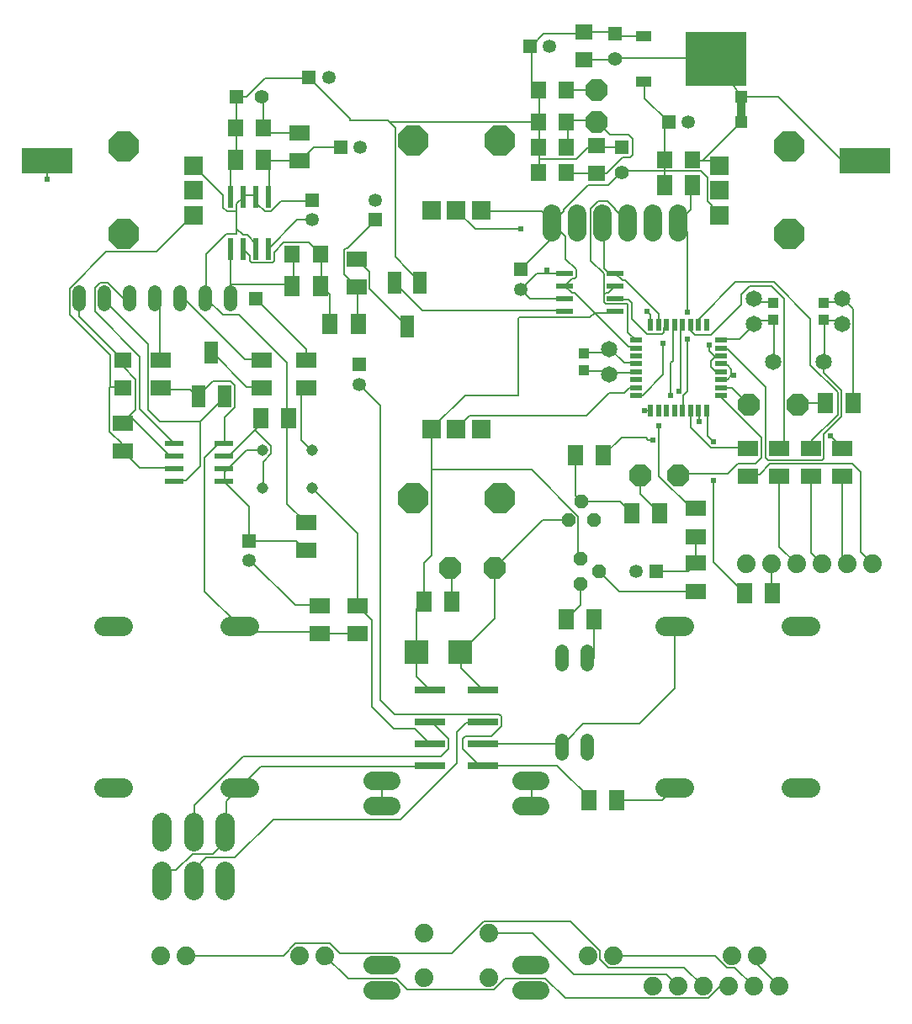
<source format=gbr>
G04 EAGLE Gerber X2 export*
%TF.Part,Single*%
%TF.FileFunction,Copper,L1,Top,Mixed*%
%TF.FilePolarity,Positive*%
%TF.GenerationSoftware,Autodesk,EAGLE,9.2.2*%
%TF.CreationDate,2019-06-08T20:54:27Z*%
G75*
%MOMM*%
%FSLAX34Y34*%
%LPD*%
%INTop Copper*%
%AMOC8*
5,1,8,0,0,1.08239X$1,22.5*%
G01*
%ADD10R,1.350000X1.350000*%
%ADD11C,1.350000*%
%ADD12R,1.000000X1.100000*%
%ADD13C,1.651000*%
%ADD14R,1.800000X1.600000*%
%ADD15C,1.143000*%
%ADD16R,1.600000X1.800000*%
%ADD17C,1.408000*%
%ADD18R,1.408000X1.408000*%
%ADD19R,0.609600X2.209800*%
%ADD20C,1.879600*%
%ADD21R,1.600000X2.000000*%
%ADD22R,2.000000X1.600000*%
%ADD23R,1.320800X2.184400*%
%ADD24R,1.879600X1.879600*%
%ADD25P,3.247170X8X22.500000*%
%ADD26R,1.320800X1.320800*%
%ADD27C,1.320800*%
%ADD28R,1.981200X0.558800*%
%ADD29R,1.270000X0.558800*%
%ADD30R,0.558800X1.270000*%
%ADD31P,3.247170X8X112.500000*%
%ADD32P,3.247170X8X202.500000*%
%ADD33P,3.247170X8X292.500000*%
%ADD34R,3.100000X0.800000*%
%ADD35C,1.950000*%
%ADD36R,1.600000X1.000000*%
%ADD37R,6.200000X5.400000*%
%ADD38P,2.336880X8X22.500000*%
%ADD39R,2.400000X2.400000*%
%ADD40R,1.270000X1.270000*%
%ADD41C,0.812800*%
%ADD42C,1.879600*%
%ADD43R,5.080000X2.540000*%
%ADD44P,1.429621X8X22.500000*%
%ADD45R,1.720000X0.600000*%
%ADD46P,2.336880X8X202.500000*%
%ADD47P,1.429621X8X292.500000*%
%ADD48C,0.203200*%
%ADD49C,0.604800*%


D10*
X343874Y644664D03*
D11*
X343874Y624664D03*
D10*
X360700Y790100D03*
D11*
X360700Y810100D03*
D10*
X297200Y810100D03*
D11*
X297200Y790100D03*
D12*
X811550Y707000D03*
X811550Y690000D03*
X760750Y707000D03*
X760750Y690000D03*
D13*
X595650Y635000D03*
X595650Y660400D03*
D10*
X325300Y863600D03*
D11*
X345300Y863600D03*
D14*
X106700Y649000D03*
X106700Y621000D03*
D15*
X296800Y520700D03*
X246800Y520700D03*
D10*
X293550Y933450D03*
D11*
X313550Y933450D03*
D16*
X247700Y882650D03*
X219700Y882650D03*
X276850Y755650D03*
X304850Y755650D03*
D17*
X246400Y914400D03*
D18*
X221000Y914400D03*
D19*
X214650Y761238D03*
X227350Y761238D03*
X240050Y761238D03*
X252750Y761238D03*
X252750Y813562D03*
X240050Y813562D03*
X227350Y813562D03*
X214650Y813562D03*
D20*
X538500Y796798D02*
X538500Y778002D01*
X563900Y778002D02*
X563900Y796798D01*
X589300Y796798D02*
X589300Y778002D01*
X614700Y778002D02*
X614700Y796798D01*
X640100Y796798D02*
X640100Y778002D01*
X665500Y778002D02*
X665500Y796798D01*
D21*
X219700Y850900D03*
X247700Y850900D03*
X276850Y723900D03*
X304850Y723900D03*
X314950Y685800D03*
X342950Y685800D03*
D22*
X341650Y750600D03*
X341650Y722600D03*
D23*
X405180Y726850D03*
X392450Y682850D03*
X379720Y726850D03*
D21*
X679500Y825500D03*
X651500Y825500D03*
D22*
X284500Y877600D03*
X284500Y849600D03*
X144800Y621000D03*
X144800Y649000D03*
D21*
X245100Y590550D03*
X273100Y590550D03*
D22*
X342926Y401539D03*
X342926Y373539D03*
X106700Y557500D03*
X106700Y585500D03*
X290850Y649000D03*
X290850Y621000D03*
X246400Y649000D03*
X246400Y621000D03*
D23*
X182870Y613000D03*
X195600Y657000D03*
X208330Y613000D03*
D24*
X177000Y845000D03*
X177000Y820000D03*
X177000Y795000D03*
D25*
X107000Y864000D03*
X107000Y776000D03*
D26*
X240050Y711200D03*
D27*
X214650Y717804D02*
X214650Y704596D01*
X189250Y704596D02*
X189250Y717804D01*
X163850Y717804D02*
X163850Y704596D01*
X138450Y704596D02*
X138450Y717804D01*
X113050Y717804D02*
X113050Y704596D01*
X87650Y704596D02*
X87650Y717804D01*
X62250Y717804D02*
X62250Y704596D01*
D28*
X207538Y527050D03*
X207538Y539750D03*
X207538Y552450D03*
X207538Y565150D03*
X158262Y565150D03*
X158262Y552450D03*
X158262Y539750D03*
X158262Y527050D03*
D29*
X708426Y613350D03*
X708426Y621350D03*
X708426Y629350D03*
X708426Y637350D03*
X708426Y645350D03*
X708426Y653350D03*
X708426Y661350D03*
X708426Y669350D03*
D30*
X693500Y684276D03*
X685500Y684276D03*
X677500Y684276D03*
X669500Y684276D03*
X661500Y684276D03*
X653500Y684276D03*
X645500Y684276D03*
X637500Y684276D03*
D29*
X622574Y669350D03*
X622574Y661350D03*
X622574Y653350D03*
X622574Y645350D03*
X622574Y637350D03*
X622574Y629350D03*
X622574Y621350D03*
X622574Y613350D03*
D30*
X637500Y598424D03*
X645500Y598424D03*
X653500Y598424D03*
X661500Y598424D03*
X669500Y598424D03*
X677500Y598424D03*
X685500Y598424D03*
X693500Y598424D03*
D13*
X760750Y647700D03*
X811550Y647700D03*
D22*
X767100Y532100D03*
X767100Y560100D03*
X798850Y532100D03*
X798850Y560100D03*
X830600Y532100D03*
X830600Y560100D03*
X735350Y532100D03*
X735350Y560100D03*
D24*
X417000Y580000D03*
X442000Y580000D03*
X467000Y580000D03*
D31*
X398000Y510000D03*
X486000Y510000D03*
D24*
X707000Y795000D03*
X707000Y820000D03*
X707000Y845000D03*
D32*
X777000Y776000D03*
X777000Y864000D03*
D24*
X467000Y800000D03*
X442000Y800000D03*
X417000Y800000D03*
D33*
X486000Y870000D03*
X398000Y870000D03*
D22*
X304399Y374155D03*
X304399Y402155D03*
D21*
X437489Y405703D03*
X409489Y405703D03*
D34*
X415261Y317400D03*
X415261Y285400D03*
X415261Y263400D03*
X415261Y241400D03*
X468261Y317400D03*
X468261Y285400D03*
X468261Y263400D03*
X468261Y241400D03*
D21*
X646205Y495312D03*
X618205Y495312D03*
X561938Y553029D03*
X589938Y553029D03*
D22*
X682778Y471657D03*
X682778Y499657D03*
D35*
X106250Y218850D02*
X86750Y218850D01*
X86750Y381150D02*
X106250Y381150D01*
X213750Y218850D02*
X233250Y218850D01*
X233250Y381150D02*
X213750Y381150D01*
X778750Y381150D02*
X798250Y381150D01*
X798250Y218850D02*
X778750Y218850D01*
X671250Y381150D02*
X651750Y381150D01*
X651750Y218850D02*
X671250Y218850D01*
D16*
X651500Y850900D03*
X679500Y850900D03*
D10*
X655500Y889000D03*
D11*
X675500Y889000D03*
D10*
X515800Y965200D03*
D11*
X535800Y965200D03*
D14*
X570250Y979200D03*
X570250Y951200D03*
D17*
X608350Y838200D03*
D18*
X608350Y863600D03*
D17*
X602000Y952500D03*
D18*
X602000Y977900D03*
D36*
X630200Y975300D03*
X630200Y929700D03*
D37*
X703200Y952500D03*
D10*
X233700Y467200D03*
D11*
X233700Y447200D03*
D21*
X575429Y206433D03*
X603429Y206433D03*
D15*
X296800Y558800D03*
X246800Y558800D03*
D16*
X524500Y889000D03*
X552500Y889000D03*
X524500Y863600D03*
X552500Y863600D03*
X524500Y838200D03*
X552500Y838200D03*
D14*
X582950Y864900D03*
X582950Y836900D03*
D38*
X627400Y533400D03*
X665500Y533400D03*
X582950Y920750D03*
X582950Y889000D03*
D39*
X402200Y355600D03*
X446200Y355600D03*
D40*
X729000Y914400D03*
X729000Y889000D03*
D41*
X729000Y914400D01*
D35*
X145000Y135000D02*
X145000Y115500D01*
X177000Y115500D02*
X177000Y135000D01*
X209000Y135000D02*
X209000Y115500D01*
X209000Y165000D02*
X209000Y184500D01*
X177000Y184500D02*
X177000Y165000D01*
X145000Y165000D02*
X145000Y184500D01*
D42*
X474512Y72606D03*
X409488Y72606D03*
X474512Y27394D03*
X409488Y27394D03*
X170200Y50000D03*
X144800Y50000D03*
X309900Y50000D03*
X284500Y50000D03*
X599700Y50000D03*
X574300Y50000D03*
X744700Y50000D03*
X719300Y50000D03*
D21*
X759908Y414194D03*
X731908Y414194D03*
D16*
X552500Y920750D03*
X524500Y920750D03*
D43*
X853134Y850000D03*
X29946Y850000D03*
D44*
X580644Y488094D03*
X567944Y507144D03*
X555244Y488094D03*
D13*
X741700Y711200D03*
X741700Y685800D03*
X830600Y711200D03*
X830600Y685800D03*
D12*
X570250Y639200D03*
X570250Y656200D03*
D45*
X602000Y698500D03*
X602000Y711200D03*
X602000Y723900D03*
X602000Y736600D03*
X551200Y736600D03*
X551200Y723900D03*
X551200Y711200D03*
X551200Y698500D03*
D10*
X506750Y740250D03*
D11*
X506750Y720250D03*
D46*
X785183Y604258D03*
D38*
X736512Y604258D03*
D21*
X813494Y605553D03*
X841494Y605553D03*
D38*
X435510Y440002D03*
X480500Y440002D03*
D20*
X507602Y200000D02*
X526398Y200000D01*
X526398Y225400D02*
X507602Y225400D01*
X376398Y200000D02*
X357602Y200000D01*
X357602Y225400D02*
X376398Y225400D01*
X507602Y15000D02*
X526398Y15000D01*
X526398Y40400D02*
X507602Y40400D01*
X376398Y15000D02*
X357602Y15000D01*
X357602Y40400D02*
X376398Y40400D01*
D42*
X766746Y18896D03*
X741346Y18896D03*
X715946Y18896D03*
X690546Y18896D03*
X665146Y18896D03*
X639746Y18896D03*
X860263Y444561D03*
X834863Y444561D03*
X809463Y444561D03*
X784063Y444561D03*
X758663Y444561D03*
X733263Y444561D03*
D27*
X573857Y355741D02*
X573857Y342533D01*
X548457Y342533D02*
X548457Y355741D01*
X548457Y266333D02*
X548457Y253125D01*
X573857Y253125D02*
X573857Y266333D01*
D47*
X566828Y423537D03*
X585878Y436237D03*
X566828Y448937D03*
D22*
X683176Y416622D03*
X683176Y444622D03*
D10*
X642699Y436411D03*
D11*
X622699Y436411D03*
D21*
X580746Y388234D03*
X552746Y388234D03*
D22*
X290458Y457711D03*
X290458Y485711D03*
D48*
X253512Y849376D02*
X249448Y849376D01*
X253512Y849376D02*
X283992Y849376D01*
X284500Y849600D01*
X249448Y849376D02*
X247700Y850900D01*
X253512Y849376D02*
X253512Y814832D01*
X252750Y813562D01*
X253512Y849376D02*
X247700Y850900D01*
X298216Y863600D02*
X325300Y863600D01*
X298216Y863600D02*
X286024Y851408D01*
X284500Y849600D01*
X170200Y528320D02*
X160040Y528320D01*
X170200Y528320D02*
X184424Y542544D01*
X184424Y587248D01*
X208808Y611632D01*
X160040Y528320D02*
X158262Y527050D01*
X208808Y611632D02*
X208330Y613000D01*
X131592Y665226D02*
X87650Y709168D01*
X87650Y711200D01*
X131592Y665226D02*
X131592Y598932D01*
X143276Y587248D01*
X184424Y587248D01*
X605048Y975360D02*
X629432Y975360D01*
X605048Y975360D02*
X603016Y977392D01*
X629432Y975360D02*
X630200Y975300D01*
X603016Y977392D02*
X602000Y977900D01*
X600984Y979424D02*
X570504Y979424D01*
X570250Y979200D01*
X600984Y979424D02*
X602000Y977900D01*
X608350Y863600D02*
X584728Y863600D01*
X582950Y864900D01*
X525800Y863600D02*
X525800Y851408D01*
X525800Y839216D01*
X524500Y838200D01*
X525800Y863600D02*
X525800Y887984D01*
X524500Y889000D01*
X524500Y863600D02*
X525800Y863600D01*
X525800Y890016D02*
X525800Y920496D01*
X524500Y920750D01*
X525800Y890016D02*
X524500Y889000D01*
X517672Y928624D02*
X517672Y965200D01*
X517672Y928624D02*
X523768Y922528D01*
X524500Y920750D01*
X574568Y863600D02*
X582696Y863600D01*
X574568Y863600D02*
X562376Y851408D01*
X525800Y851408D01*
X582696Y863600D02*
X582950Y864900D01*
X568472Y977392D02*
X529864Y977392D01*
X517672Y965200D01*
X568472Y977392D02*
X570250Y979200D01*
X517672Y965200D02*
X515800Y965200D01*
X221000Y914400D02*
X221000Y883920D01*
X219700Y882650D01*
X221000Y881888D02*
X221000Y851408D01*
X219700Y850900D01*
X221000Y881888D02*
X219700Y882650D01*
X214904Y845312D02*
X214904Y814832D01*
X214904Y845312D02*
X218968Y849376D01*
X214904Y814832D02*
X214650Y813562D01*
X218968Y849376D02*
X219700Y850900D01*
X334792Y890016D02*
X334792Y892048D01*
X294152Y932688D01*
X293550Y933450D01*
X231160Y914400D02*
X221000Y914400D01*
X231160Y914400D02*
X249448Y932688D01*
X292120Y932688D01*
X293550Y933450D01*
X334792Y890016D02*
X373400Y890016D01*
X374327Y889089D02*
X524436Y889089D01*
X524500Y889000D01*
X380460Y882956D02*
X374327Y889089D01*
X373400Y890016D01*
X380460Y752840D02*
X405180Y726850D01*
X380460Y752840D02*
X380460Y882956D01*
X212872Y552704D02*
X208808Y552704D01*
X239288Y579120D02*
X243352Y583184D01*
X239288Y579120D02*
X212872Y552704D01*
X243352Y583184D02*
X243352Y589280D01*
X208808Y552704D02*
X207538Y552450D01*
X243352Y589280D02*
X245100Y590550D01*
X247416Y546608D02*
X247416Y522224D01*
X247416Y546608D02*
X255544Y554736D01*
X255544Y562864D01*
X239288Y579120D01*
X247416Y522224D02*
X246800Y520700D01*
X208808Y536448D02*
X208808Y538480D01*
X208808Y536448D02*
X208808Y528320D01*
X207538Y527050D01*
X208808Y538480D02*
X207538Y539750D01*
X231160Y558800D02*
X246800Y558800D01*
X231160Y558800D02*
X208808Y536448D01*
X233192Y501904D02*
X233192Y467360D01*
X233192Y501904D02*
X208808Y526288D01*
X233192Y467360D02*
X233700Y467200D01*
X208808Y526288D02*
X207538Y527050D01*
X233700Y467200D02*
X280969Y467200D01*
X290458Y457711D01*
X286024Y568960D02*
X286024Y617073D01*
X286024Y568960D02*
X296184Y558800D01*
X286024Y617073D02*
X290850Y621000D01*
X296184Y558800D02*
X296800Y558800D01*
X290850Y649000D02*
X290850Y660400D01*
X240050Y711200D01*
X245384Y650240D02*
X229128Y650240D01*
X168168Y711200D01*
X163850Y711200D01*
X245384Y650240D02*
X246400Y649000D01*
X245384Y621792D02*
X231160Y621792D01*
X196616Y656336D01*
X245384Y621792D02*
X246400Y621000D01*
X196616Y656336D02*
X195600Y657000D01*
X306344Y725424D02*
X306344Y753872D01*
X304850Y755650D01*
X306344Y725424D02*
X304850Y723900D01*
X314472Y715264D02*
X314472Y686816D01*
X314472Y715264D02*
X306344Y723392D01*
X314472Y686816D02*
X314950Y685800D01*
X306344Y723392D02*
X304850Y723900D01*
X258338Y749137D02*
X256850Y747649D01*
X258338Y749137D02*
X258338Y757730D01*
X267798Y767190D01*
X293026Y767190D01*
X306344Y753872D01*
X235950Y747649D02*
X234462Y749137D01*
X234462Y754126D01*
X227350Y761238D01*
X235950Y747649D02*
X256850Y747649D01*
X342920Y721360D02*
X342920Y686816D01*
X342920Y721360D02*
X341650Y722600D01*
X342920Y686816D02*
X342950Y685800D01*
X332760Y762000D02*
X359176Y788416D01*
X332760Y762000D02*
X330728Y762000D01*
X328696Y759968D01*
X328696Y735584D01*
X340888Y723392D01*
X359176Y788416D02*
X360700Y790100D01*
X340888Y723392D02*
X341650Y722600D01*
X143784Y707136D02*
X143784Y650240D01*
X143784Y707136D02*
X139720Y711200D01*
X143784Y650240D02*
X144800Y649000D01*
X139720Y711200D02*
X138450Y711200D01*
X107208Y648208D02*
X107208Y642112D01*
X119400Y629920D01*
X119400Y599440D01*
X113304Y593344D02*
X107208Y587248D01*
X113304Y593344D02*
X119400Y599440D01*
X107208Y648208D02*
X106700Y649000D01*
X107208Y587248D02*
X106700Y585500D01*
X153944Y552704D02*
X158008Y552704D01*
X153944Y552704D02*
X113304Y593344D01*
X158008Y552704D02*
X158262Y552450D01*
X113304Y593344D02*
X106700Y585500D01*
X62504Y692912D02*
X62504Y711200D01*
X62504Y692912D02*
X105176Y650240D01*
X62504Y711200D02*
X62250Y711200D01*
X105176Y650240D02*
X106700Y649000D01*
X123464Y540512D02*
X158496Y540512D01*
X123464Y540512D02*
X107208Y556768D01*
X106700Y557500D01*
X105176Y621792D02*
X93472Y621792D01*
X105176Y621792D02*
X106700Y621000D01*
X105176Y564896D02*
X105176Y558800D01*
X105176Y564896D02*
X92984Y577088D01*
X92984Y621792D01*
X105176Y558800D02*
X106700Y557500D01*
X158496Y540512D02*
X158262Y539750D01*
X93472Y621792D02*
X93472Y654304D01*
X52832Y694944D01*
X52832Y721360D01*
X89408Y757936D01*
X140208Y757936D01*
X176784Y794512D01*
X93472Y621792D02*
X92984Y621792D01*
X176784Y794512D02*
X177000Y795000D01*
X354190Y721110D02*
X392450Y682850D01*
X354190Y721110D02*
X354190Y738060D01*
X341650Y750600D01*
X550692Y699008D02*
X551200Y698500D01*
X407562Y699008D02*
X379720Y726850D01*
X407562Y699008D02*
X550692Y699008D01*
X745256Y688848D02*
X759480Y688848D01*
X745256Y688848D02*
X743224Y686816D01*
X759480Y688848D02*
X760750Y690000D01*
X743224Y686816D02*
X741700Y685800D01*
X726968Y670560D02*
X708680Y670560D01*
X726968Y670560D02*
X741192Y684784D01*
X708680Y670560D02*
X708426Y669350D01*
X741192Y684784D02*
X741700Y685800D01*
X761512Y688848D02*
X761512Y648208D01*
X760750Y647700D01*
X761512Y688848D02*
X760750Y690000D01*
X812312Y688848D02*
X828568Y688848D01*
X830600Y686816D01*
X830600Y685800D01*
X753384Y621792D02*
X714776Y660400D01*
X753384Y621792D02*
X753384Y550672D01*
X755416Y548640D01*
X810280Y548640D01*
X812312Y648208D02*
X812312Y688848D01*
X811550Y690000D01*
X812312Y648208D02*
X811550Y647700D01*
X829617Y618199D02*
X829617Y592728D01*
X811550Y574661D01*
X811550Y636266D02*
X811550Y647700D01*
X811550Y636266D02*
X829617Y618199D01*
X714776Y660400D02*
X709376Y660400D01*
X708426Y661350D01*
X811550Y549910D02*
X810280Y548640D01*
X811550Y549910D02*
X811550Y574661D01*
X590824Y656336D02*
X570504Y656336D01*
X590824Y656336D02*
X594888Y660400D01*
X570504Y656336D02*
X570250Y656200D01*
X594888Y660400D02*
X595650Y660400D01*
X611144Y646176D02*
X621304Y646176D01*
X611144Y646176D02*
X596920Y660400D01*
X621304Y646176D02*
X622574Y645350D01*
X596920Y660400D02*
X595650Y660400D01*
X614700Y677224D02*
X622574Y669350D01*
X614700Y677224D02*
X614700Y704850D01*
X613890Y705660D01*
X592348Y705660D01*
X590860Y707148D01*
X590860Y715252D01*
X592348Y716740D01*
X594840Y716740D01*
X602000Y723900D01*
X590860Y715252D02*
X590860Y735897D01*
X577362Y749395D01*
X577362Y801743D02*
X584355Y808736D01*
X594245Y808736D01*
X601238Y801743D01*
X601238Y800862D01*
X614700Y787400D01*
X577362Y801743D02*
X577362Y749395D01*
D49*
X633750Y698500D03*
D48*
X637500Y694750D02*
X637500Y684276D01*
X637500Y694750D02*
X633750Y698500D01*
X600984Y735584D02*
X596920Y735584D01*
X600984Y735584D02*
X602000Y736600D01*
X590824Y741680D02*
X590824Y786384D01*
X590824Y741680D02*
X596920Y735584D01*
X590824Y786384D02*
X589300Y787400D01*
X602000Y736600D02*
X596920Y735584D01*
X602000Y736600D02*
X609160Y729440D01*
X611652Y729440D01*
X645500Y695592D01*
X645500Y684276D01*
X670072Y613664D02*
X670072Y599440D01*
X670072Y613664D02*
X674136Y617728D01*
X674136Y670560D01*
X674136Y696976D02*
X674136Y778256D01*
X666008Y786384D01*
X670072Y599440D02*
X669500Y598424D01*
X666008Y786384D02*
X665500Y787400D01*
X678200Y800608D02*
X678200Y824992D01*
X678200Y800608D02*
X666008Y788416D01*
X678200Y824992D02*
X679500Y825500D01*
X666008Y788416D02*
X665500Y787400D01*
D49*
X674136Y670560D03*
X674136Y696976D03*
D48*
X678200Y597408D02*
X678200Y581152D01*
X698520Y560832D01*
X735096Y560832D01*
X678200Y597408D02*
X677500Y598424D01*
X735096Y560832D02*
X735350Y560100D01*
X686328Y587248D02*
X686328Y597408D01*
X818408Y573024D02*
X830600Y560832D01*
X686328Y597408D02*
X685500Y598424D01*
X830600Y560832D02*
X830600Y560100D01*
D49*
X686328Y587248D03*
X818408Y573024D03*
D48*
X686328Y690880D02*
X722904Y727456D01*
X761512Y727456D01*
X798199Y560726D02*
X798850Y560100D01*
X825553Y594412D02*
X825553Y616516D01*
X798850Y567708D02*
X798850Y560100D01*
X798850Y567708D02*
X825553Y594412D01*
X686328Y685104D02*
X685500Y684276D01*
X686328Y685104D02*
X686328Y690880D01*
X761512Y727456D02*
X798028Y690940D01*
X798028Y644041D01*
X825553Y616516D01*
X678200Y678688D02*
X678200Y682752D01*
X678200Y678688D02*
X682264Y674624D01*
X698520Y674624D01*
X729000Y705104D01*
X729000Y715264D01*
X737128Y723392D01*
X759480Y723392D01*
X771672Y711200D01*
X678200Y682752D02*
X677500Y684276D01*
X771672Y711200D02*
X771672Y564672D01*
X767100Y560100D01*
X455440Y593440D02*
X442000Y580000D01*
X616224Y621350D02*
X622574Y621350D01*
X616224Y621350D02*
X610824Y615950D01*
X595650Y615950D01*
X573140Y593440D02*
X455440Y593440D01*
X573140Y593440D02*
X595650Y615950D01*
X623336Y613664D02*
X629432Y613664D01*
X650260Y634492D01*
X650260Y666242D01*
X623336Y613664D02*
X622574Y613350D01*
D49*
X650260Y666242D03*
D48*
X460950Y781050D02*
X442000Y800000D01*
X460950Y781050D02*
X506750Y781050D01*
D49*
X506750Y781050D03*
X631150Y598424D03*
D48*
X637500Y598424D01*
X450616Y613664D02*
X418104Y581152D01*
X417000Y580000D01*
X615208Y662432D02*
X621304Y662432D01*
X615208Y662432D02*
X581045Y696595D01*
X621304Y662432D02*
X622574Y661350D01*
X527832Y798576D02*
X468904Y798576D01*
X527832Y798576D02*
X537992Y788416D01*
X468904Y798576D02*
X467000Y800000D01*
X537992Y788416D02*
X538500Y787400D01*
X651784Y827024D02*
X651784Y839216D01*
X651784Y849376D01*
X651500Y850900D01*
X651784Y827024D02*
X651500Y825500D01*
X631464Y912368D02*
X631464Y928624D01*
X631464Y912368D02*
X653816Y890016D01*
X631464Y928624D02*
X630200Y929700D01*
X653816Y890016D02*
X655500Y889000D01*
X651784Y885952D02*
X651784Y851408D01*
X651784Y885952D02*
X653816Y887984D01*
X651784Y851408D02*
X651500Y850900D01*
X653816Y887984D02*
X655500Y889000D01*
X651784Y839216D02*
X609112Y839216D01*
X608350Y838200D01*
X702584Y638048D02*
X706648Y638048D01*
X702584Y638048D02*
X698520Y642112D01*
X698520Y648208D01*
X702584Y652272D01*
X706648Y652272D01*
X706648Y638048D02*
X708426Y637350D01*
X706648Y652272D02*
X708426Y653350D01*
X702584Y652272D02*
X696488Y658368D01*
X696488Y664464D01*
X702584Y652272D02*
X708426Y653350D01*
X688360Y839216D02*
X651784Y839216D01*
X688360Y839216D02*
X694456Y833120D01*
X694456Y808736D01*
X706648Y796544D01*
X707000Y795000D01*
X550184Y798576D02*
X540024Y788416D01*
X550184Y798576D02*
X550184Y800608D01*
X574568Y824992D01*
X594888Y824992D01*
X607080Y837184D01*
X540024Y788416D02*
X538500Y787400D01*
X607080Y837184D02*
X608350Y838200D01*
D49*
X696488Y664464D03*
D48*
X505348Y691990D02*
X503860Y690502D01*
X576440Y691990D02*
X581045Y696595D01*
X576440Y691990D02*
X505348Y691990D01*
X551200Y723900D02*
X558360Y731060D01*
X560852Y731060D01*
X551200Y723900D02*
X558360Y716740D01*
X560852Y716740D01*
X580997Y696595D02*
X581045Y696595D01*
X580997Y696595D02*
X560852Y716740D01*
X506750Y740250D02*
X540024Y773524D01*
X540024Y788416D01*
X538500Y787400D02*
X551962Y773938D01*
X562340Y740652D02*
X562340Y732548D01*
X560852Y731060D01*
X551962Y751030D02*
X551962Y773938D01*
X551962Y751030D02*
X562340Y740652D01*
X581045Y696595D02*
X600095Y696595D01*
X602000Y698500D01*
X503860Y690502D02*
X503860Y613664D01*
X450616Y613664D01*
X402200Y398415D02*
X402200Y355600D01*
X402200Y398415D02*
X409489Y405703D01*
X409489Y444796D01*
X417000Y452308D01*
X417000Y538654D01*
X417000Y580000D01*
X402200Y330461D02*
X415261Y317400D01*
X402200Y330461D02*
X402200Y355600D01*
X564388Y451377D02*
X566828Y448937D01*
X564388Y451377D02*
X564388Y491882D01*
X517616Y538654D01*
X417000Y538654D01*
X668040Y619760D02*
X668040Y682752D01*
X668040Y619760D02*
X666008Y617728D01*
X668040Y682752D02*
X669500Y684276D01*
D49*
X666008Y617728D03*
X639592Y568960D03*
D48*
X634940Y568960D01*
X632584Y571316D01*
X608225Y571316D01*
X589938Y553029D01*
X659912Y648208D02*
X659912Y682752D01*
X659912Y648208D02*
X657880Y646176D01*
X657880Y613664D01*
X659912Y682752D02*
X661500Y684276D01*
D49*
X657880Y613664D03*
D48*
X645688Y583184D02*
X645688Y532384D01*
D49*
X645688Y583184D03*
D48*
X678415Y499657D02*
X682778Y499657D01*
X678415Y499657D02*
X645688Y532384D01*
X758663Y444561D02*
X758663Y415439D01*
X759908Y414194D01*
X749320Y570992D02*
X708680Y611632D01*
X749320Y570992D02*
X749320Y550672D01*
X743224Y544576D01*
X708680Y611632D02*
X708426Y613350D01*
X714776Y534416D02*
X666008Y534416D01*
X714776Y534416D02*
X724936Y544576D01*
X743224Y544576D01*
X666008Y534416D02*
X665500Y533400D01*
X342926Y474574D02*
X296800Y520700D01*
X342926Y474574D02*
X342926Y401539D01*
X357144Y300099D02*
X378859Y278384D01*
X400277Y278384D01*
X415261Y263400D01*
X357144Y387321D02*
X342926Y401539D01*
X357144Y387321D02*
X357144Y300099D01*
X468261Y241400D02*
X468904Y239776D01*
X379606Y292608D02*
X365371Y306843D01*
X379606Y292608D02*
X485160Y292608D01*
X487192Y290576D01*
X487192Y280416D01*
X477032Y270256D01*
X450616Y270256D01*
X448584Y268224D01*
X448584Y257829D01*
X465014Y241400D01*
X365371Y306843D02*
X365371Y603504D01*
X345440Y623824D02*
X343874Y624664D01*
X365371Y603504D01*
X465014Y241400D02*
X468261Y241400D01*
X543487Y241400D01*
X578454Y206433D01*
X580549Y204338D01*
X578454Y206433D02*
X575429Y206433D01*
X437489Y405703D02*
X437489Y438024D01*
X435510Y440002D01*
X446200Y355600D02*
X446552Y355600D01*
X446552Y339109D02*
X468261Y317400D01*
X446552Y339109D02*
X446552Y355600D01*
X528592Y488094D02*
X555244Y488094D01*
X528592Y488094D02*
X480500Y440002D01*
X480500Y389548D01*
X446552Y355600D01*
X561938Y513151D02*
X561938Y553029D01*
X561938Y513151D02*
X567944Y507144D01*
X606373Y507144D01*
X618205Y495312D01*
X160040Y136144D02*
X145816Y136144D01*
X160040Y136144D02*
X176296Y152400D01*
X196616Y152400D01*
X208808Y164592D01*
X145816Y136144D02*
X145000Y135000D01*
X208808Y164592D02*
X209000Y165000D01*
X245384Y239776D02*
X414040Y239776D01*
X245384Y239776D02*
X225064Y219456D01*
X223500Y218850D01*
X210840Y205232D02*
X210840Y166624D01*
X210840Y205232D02*
X223032Y217424D01*
X210840Y166624D02*
X209000Y165000D01*
X223032Y217424D02*
X223500Y218850D01*
X414040Y239776D02*
X415261Y241400D01*
X451359Y284480D02*
X466872Y284480D01*
X451359Y284480D02*
X442117Y275238D01*
X442117Y243469D01*
X385592Y186944D01*
X257576Y186944D01*
X218968Y148336D01*
X190520Y148336D01*
X178328Y136144D01*
X466872Y284480D02*
X468261Y285400D01*
X178328Y136144D02*
X177000Y135000D01*
X279928Y402336D02*
X304312Y402336D01*
X279928Y402336D02*
X235224Y447040D01*
X304312Y402336D02*
X304399Y402155D01*
X235224Y447040D02*
X233700Y447200D01*
X434360Y268224D02*
X434360Y258064D01*
X426232Y249936D01*
X227096Y249936D01*
X178328Y201168D01*
X178328Y166328D02*
X177000Y165000D01*
X178328Y166328D02*
X178328Y201168D01*
X415261Y285400D02*
X417184Y285400D01*
X434360Y268224D01*
X661500Y318466D02*
X661500Y381150D01*
X626238Y283205D02*
X569798Y283205D01*
X552927Y266333D01*
X548457Y266333D01*
X626238Y283205D02*
X661500Y318466D01*
X548457Y266333D02*
X545523Y263400D01*
X468261Y263400D01*
X208808Y566928D02*
X208808Y591312D01*
X218968Y601472D01*
X218968Y623824D01*
X214904Y627888D01*
X196616Y627888D01*
X182392Y613664D01*
X208808Y566928D02*
X207538Y565150D01*
X182870Y613000D02*
X182392Y613664D01*
X174264Y619760D02*
X145816Y619760D01*
X174264Y619760D02*
X180360Y613664D01*
X145816Y619760D02*
X144800Y621000D01*
X180360Y613664D02*
X182870Y613000D01*
X554248Y837184D02*
X582696Y837184D01*
X554248Y837184D02*
X552500Y838200D01*
X582696Y837184D02*
X582950Y836900D01*
X554248Y863600D02*
X554248Y887984D01*
X554248Y863600D02*
X552500Y863600D01*
X554248Y887984D02*
X552500Y889000D01*
X551200Y711200D02*
X550184Y711200D01*
X247416Y883920D02*
X247416Y914400D01*
X247416Y883920D02*
X247700Y882650D01*
X247416Y914400D02*
X246400Y914400D01*
X570504Y950976D02*
X600984Y950976D01*
X570504Y950976D02*
X570250Y951200D01*
X600984Y950976D02*
X602000Y952500D01*
X305923Y374947D02*
X304399Y374155D01*
X283992Y877824D02*
X253512Y877824D01*
X249448Y881888D01*
X283992Y877824D02*
X284500Y877600D01*
X249448Y881888D02*
X247700Y882650D01*
X253512Y762000D02*
X252750Y761238D01*
X554248Y890016D02*
X582696Y890016D01*
X554248Y890016D02*
X552500Y889000D01*
X582696Y890016D02*
X582950Y889000D01*
X584728Y837184D02*
X592856Y837184D01*
X609112Y853440D01*
X617240Y853440D01*
X619272Y855472D01*
X619272Y871728D01*
X615208Y875792D01*
X596920Y875792D01*
X584728Y887984D01*
X584728Y837184D02*
X582950Y836900D01*
X584728Y887984D02*
X582950Y889000D01*
X603016Y953008D02*
X702584Y953008D01*
X703200Y952500D01*
X603016Y953008D02*
X602000Y952500D01*
X206776Y564896D02*
X202712Y564896D01*
X188488Y550672D01*
X206776Y564896D02*
X207538Y565150D01*
D49*
X533166Y739394D03*
D48*
X342926Y373539D02*
X333976Y373539D01*
X342134Y374331D02*
X342926Y373539D01*
X252750Y761238D02*
X281612Y790100D01*
X297200Y790100D01*
X702584Y940816D02*
X702584Y953008D01*
X551200Y736600D02*
X523100Y736600D01*
X506750Y720250D01*
X515800Y711200D02*
X551200Y711200D01*
X515800Y711200D02*
X506750Y720250D01*
X334792Y373888D02*
X306344Y373888D01*
X334792Y373888D02*
X342926Y373539D01*
X306344Y373888D02*
X304399Y374155D01*
X304312Y375920D02*
X229128Y375920D01*
X225064Y379984D01*
X304312Y375920D02*
X304399Y374155D01*
X225064Y379984D02*
X223500Y381150D01*
X657880Y221488D02*
X659912Y219456D01*
X661500Y218850D01*
X188488Y416560D02*
X188488Y550672D01*
X188488Y416560D02*
X223032Y382016D01*
X223500Y381150D01*
X30103Y849843D02*
X29946Y850000D01*
X30103Y849843D02*
X30103Y845000D01*
X702584Y953008D02*
X729000Y914400D01*
X765557Y914400D01*
X829957Y850000D01*
X853134Y850000D01*
X30480Y845312D02*
X30480Y831088D01*
X30480Y845312D02*
X29946Y850000D01*
D49*
X30480Y831088D03*
D48*
X603429Y206433D02*
X649083Y206433D01*
X661500Y218850D01*
X708680Y629920D02*
X714776Y629920D01*
X718840Y633984D01*
X718840Y640080D01*
X714776Y644144D01*
X708680Y644144D01*
X708680Y629920D02*
X708426Y629350D01*
X708680Y644144D02*
X708426Y645350D01*
X592856Y638048D02*
X570504Y638048D01*
X592856Y638048D02*
X594888Y636016D01*
X570504Y638048D02*
X570250Y639200D01*
X594888Y636016D02*
X595650Y635000D01*
X747288Y707136D02*
X759480Y707136D01*
X747288Y707136D02*
X743224Y711200D01*
X759480Y707136D02*
X760750Y707000D01*
X743224Y711200D02*
X741700Y711200D01*
X812312Y707136D02*
X826536Y707136D01*
X830600Y711200D01*
X812312Y707136D02*
X811550Y707000D01*
X621304Y636016D02*
X596920Y636016D01*
X621304Y636016D02*
X622574Y637350D01*
X596920Y636016D02*
X595650Y635000D01*
X690900Y849376D02*
X702584Y849376D01*
X690900Y849376D02*
X680232Y849376D01*
X702584Y849376D02*
X706648Y845312D01*
X680232Y849376D02*
X679500Y850900D01*
X706648Y845312D02*
X707000Y845000D01*
X718840Y633984D02*
X720872Y633984D01*
D49*
X720872Y633984D03*
D48*
X690900Y850900D02*
X729000Y889000D01*
X690900Y850900D02*
X690900Y849376D01*
X627400Y532664D02*
X627400Y532384D01*
X627400Y532664D02*
X627400Y533400D01*
X830600Y711200D02*
X841494Y700306D01*
X841494Y605553D01*
X646205Y495312D02*
X627400Y514117D01*
X627400Y532384D01*
X239288Y814832D02*
X229128Y814832D01*
X227350Y813562D01*
X239288Y814832D02*
X240050Y813562D01*
X239288Y759968D02*
X239288Y753872D01*
X221000Y798576D02*
X221000Y806704D01*
X221000Y781050D02*
X221000Y776224D01*
X221000Y806704D02*
X227096Y812800D01*
X240050Y761238D02*
X239288Y759968D01*
X227096Y812800D02*
X227350Y813562D01*
X265704Y808736D02*
X296184Y808736D01*
X265704Y808736D02*
X255544Y798576D01*
X249448Y798576D01*
X241320Y806704D01*
X241320Y812800D01*
X296184Y808736D02*
X297200Y810100D01*
X241320Y812800D02*
X240050Y813562D01*
X271800Y646176D02*
X271800Y592872D01*
X271800Y591312D01*
X271800Y646176D02*
X223032Y694944D01*
X206776Y694944D01*
X190520Y711200D01*
X271800Y591312D02*
X273100Y590550D01*
X221000Y776224D02*
X210840Y776224D01*
X190520Y755904D01*
X190520Y711200D01*
X189250Y711200D01*
X91438Y726948D02*
X83862Y726948D01*
X78506Y721592D01*
X123464Y599948D02*
X158262Y565150D01*
X107186Y711200D02*
X91438Y726948D01*
X78506Y721592D02*
X78506Y697786D01*
X123464Y652828D01*
X123464Y599948D01*
X113050Y711200D02*
X107186Y711200D01*
X221000Y781050D02*
X227223Y774827D01*
X231450Y774827D01*
X240050Y766227D01*
X240050Y761238D01*
X207264Y814832D02*
X178816Y843280D01*
X207264Y814832D02*
X207264Y802640D01*
X211328Y798576D01*
X221000Y798576D01*
X178816Y843280D02*
X177000Y845000D01*
X221000Y798576D02*
X221000Y781050D01*
X271800Y504369D02*
X290458Y485711D01*
X271800Y504369D02*
X271800Y591312D01*
X767100Y461524D02*
X784063Y444561D01*
X767100Y461524D02*
X767100Y532100D01*
X798088Y530352D02*
X798850Y532100D01*
X798850Y455174D01*
X809463Y444561D01*
X830600Y448824D02*
X830600Y532100D01*
X830600Y448824D02*
X834863Y444561D01*
X747161Y534289D02*
X757448Y544576D01*
X840760Y544576D01*
X848888Y536448D01*
X747161Y534289D02*
X737539Y534289D01*
X735350Y532100D01*
X848888Y536448D02*
X848888Y455936D01*
X860263Y444561D01*
X694456Y573024D02*
X694456Y597408D01*
X694456Y573024D02*
X700552Y566928D01*
X694456Y597408D02*
X693500Y598424D01*
D49*
X700552Y566928D03*
X700552Y528320D03*
D48*
X700552Y445550D01*
X731908Y414194D01*
X744700Y40942D02*
X766746Y18896D01*
X744700Y40942D02*
X744700Y50000D01*
X722180Y38062D02*
X741346Y18896D01*
X722180Y38062D02*
X714355Y38062D01*
X702417Y50000D02*
X599700Y50000D01*
X702417Y50000D02*
X714355Y38062D01*
X715946Y18896D02*
X707429Y18896D01*
X695491Y6958D01*
X551323Y6958D02*
X531343Y26938D01*
X490939Y26938D01*
X479457Y15456D01*
X392825Y15456D01*
X381343Y26938D01*
X551323Y6958D02*
X695491Y6958D01*
X332962Y26938D02*
X309900Y50000D01*
X332962Y26938D02*
X381343Y26938D01*
X267617Y50000D02*
X170200Y50000D01*
X267617Y50000D02*
X279555Y61938D01*
X314845Y61938D02*
X324445Y52338D01*
X314845Y61938D02*
X279555Y61938D01*
X671380Y38062D02*
X690546Y18896D01*
X671380Y38062D02*
X594755Y38062D01*
X586238Y46579D01*
X586238Y54945D01*
X556639Y84544D01*
X469255Y84544D01*
X437049Y52338D02*
X324445Y52338D01*
X437049Y52338D02*
X469255Y84544D01*
X554248Y920496D02*
X582696Y920496D01*
X554248Y920496D02*
X552500Y920750D01*
X582696Y920496D02*
X582950Y920750D01*
X277896Y753872D02*
X277896Y725424D01*
X277896Y753872D02*
X276850Y755650D01*
X277896Y725424D02*
X276850Y723900D01*
X214904Y725424D02*
X214904Y711200D01*
X214904Y725424D02*
X214904Y759968D01*
X214650Y761238D01*
X214904Y711200D02*
X214650Y711200D01*
X214904Y725424D02*
X275864Y725424D01*
X276850Y723900D01*
X649346Y675386D02*
X650834Y676874D01*
X615573Y709724D02*
X603476Y709724D01*
X615573Y709724D02*
X618764Y706533D01*
X650834Y681610D02*
X653500Y684276D01*
X650834Y681610D02*
X650834Y676874D01*
X649346Y675386D02*
X633654Y675386D01*
X618764Y690276D01*
X618764Y706533D01*
X603476Y709724D02*
X602000Y711200D01*
X708426Y621350D02*
X719421Y621350D01*
X736512Y604258D01*
X786477Y605553D02*
X813494Y605553D01*
X786477Y605553D02*
X785183Y604258D01*
X367304Y223520D02*
X367304Y201168D01*
X367000Y200000D01*
X367304Y223520D02*
X367000Y225400D01*
X517672Y223520D02*
X517672Y201168D01*
X517000Y200000D01*
X517672Y223520D02*
X517000Y225400D01*
X518279Y72606D02*
X474512Y72606D01*
X653208Y30834D02*
X665146Y18896D01*
X560051Y30834D02*
X518279Y72606D01*
X560051Y30834D02*
X653208Y30834D01*
X642699Y436411D02*
X674965Y436411D01*
X683176Y444622D01*
X683176Y471258D01*
X682778Y471657D01*
X605493Y416622D02*
X585878Y436237D01*
X605493Y416622D02*
X683176Y416622D01*
X566828Y402316D02*
X552746Y388234D01*
X566828Y402316D02*
X566828Y423537D01*
X580746Y349422D02*
X573857Y342533D01*
X580746Y349422D02*
X580746Y388234D01*
M02*

</source>
